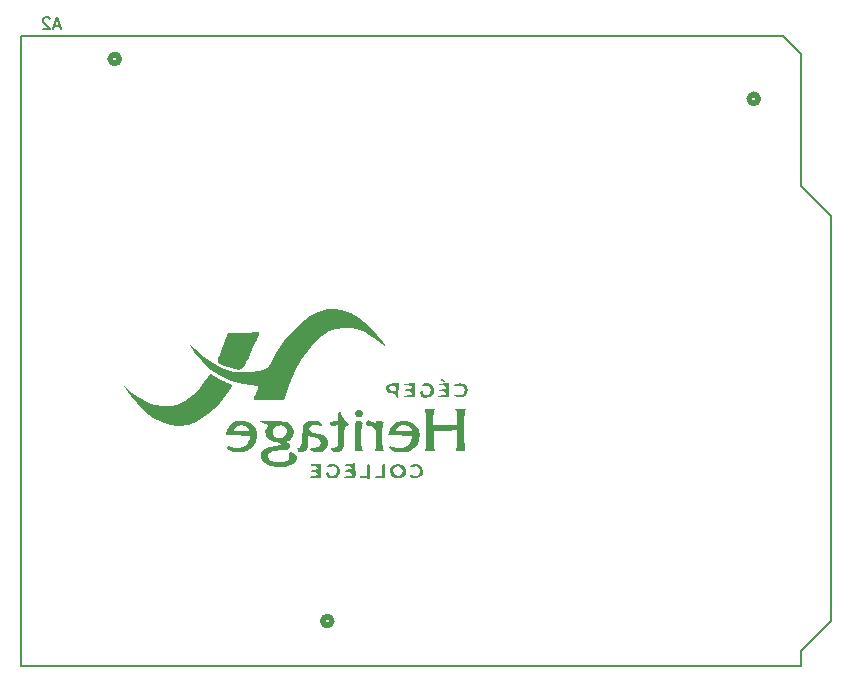
<source format=gbr>
%TF.GenerationSoftware,KiCad,Pcbnew,8.0.6*%
%TF.CreationDate,2024-11-07T12:24:51-05:00*%
%TF.ProjectId,ESP32-Uno-Board-v2,45535033-322d-4556-9e6f-2d426f617264,rev?*%
%TF.SameCoordinates,Original*%
%TF.FileFunction,Legend,Bot*%
%TF.FilePolarity,Positive*%
%FSLAX46Y46*%
G04 Gerber Fmt 4.6, Leading zero omitted, Abs format (unit mm)*
G04 Created by KiCad (PCBNEW 8.0.6) date 2024-11-07 12:24:51*
%MOMM*%
%LPD*%
G01*
G04 APERTURE LIST*
%ADD10C,0.150000*%
%ADD11C,0.508000*%
%ADD12C,0.000000*%
G04 APERTURE END LIST*
D10*
X113254285Y-98603104D02*
X112778095Y-98603104D01*
X113349523Y-98888819D02*
X113016190Y-97888819D01*
X113016190Y-97888819D02*
X112682857Y-98888819D01*
X112397142Y-97984057D02*
X112349523Y-97936438D01*
X112349523Y-97936438D02*
X112254285Y-97888819D01*
X112254285Y-97888819D02*
X112016190Y-97888819D01*
X112016190Y-97888819D02*
X111920952Y-97936438D01*
X111920952Y-97936438D02*
X111873333Y-97984057D01*
X111873333Y-97984057D02*
X111825714Y-98079295D01*
X111825714Y-98079295D02*
X111825714Y-98174533D01*
X111825714Y-98174533D02*
X111873333Y-98317390D01*
X111873333Y-98317390D02*
X112444761Y-98888819D01*
X112444761Y-98888819D02*
X111825714Y-98888819D01*
%TO.C,A2*%
X110000000Y-99450000D02*
X110000000Y-152790000D01*
X110000000Y-99450000D02*
X174516000Y-99450000D01*
X110000000Y-152790000D02*
X176040000Y-152790000D01*
X174516000Y-99450000D02*
X176040000Y-100974000D01*
X176040000Y-112150000D02*
X176040000Y-100974000D01*
X176040000Y-151520000D02*
X178580000Y-148980000D01*
X176040000Y-152790000D02*
X176040000Y-151520000D01*
X178580000Y-114690000D02*
X176040000Y-112150000D01*
X178580000Y-148980000D02*
X178580000Y-114690000D01*
D11*
%TO.C,BTN1*%
X136293401Y-149000001D02*
G75*
G02*
X135531401Y-149000001I-381000J0D01*
G01*
X135531401Y-149000001D02*
G75*
G02*
X136293401Y-149000001I381000J0D01*
G01*
%TO.C,BTN2*%
X172406001Y-104787600D02*
G75*
G02*
X171644001Y-104787600I-381000J0D01*
G01*
X171644001Y-104787600D02*
G75*
G02*
X172406001Y-104787600I381000J0D01*
G01*
%TO.C,J1*%
X118298566Y-101407044D02*
G75*
G02*
X117536566Y-101407044I-381000J0D01*
G01*
X117536566Y-101407044D02*
G75*
G02*
X118298566Y-101407044I381000J0D01*
G01*
D12*
%TO.C,TXT1*%
G36*
X145699873Y-128506920D02*
G01*
X145839379Y-128599162D01*
X145904130Y-128724465D01*
X145896595Y-128765133D01*
X145806558Y-128784855D01*
X145623897Y-128677200D01*
X145538732Y-128589585D01*
X145564105Y-128503271D01*
X145567730Y-128501162D01*
X145699873Y-128506920D01*
G37*
G36*
X138749986Y-131119580D02*
G01*
X138800846Y-131137272D01*
X138937942Y-131274177D01*
X138960439Y-131470495D01*
X138856225Y-131664137D01*
X138742326Y-131724819D01*
X138538725Y-131744570D01*
X138459131Y-131729721D01*
X138345918Y-131644068D01*
X138299889Y-131444016D01*
X138297004Y-131406089D01*
X138334615Y-131188327D01*
X138483104Y-131094630D01*
X138749986Y-131119580D01*
G37*
G36*
X139476729Y-135671998D02*
G01*
X139523777Y-135762037D01*
X139547553Y-135959912D01*
X139554130Y-136296189D01*
X139554130Y-136935614D01*
X139109630Y-136910023D01*
X138936945Y-136893136D01*
X138750850Y-136851206D01*
X138687936Y-136799765D01*
X138719748Y-136755734D01*
X138857269Y-136706467D01*
X138975790Y-136699472D01*
X139168497Y-136674686D01*
X139264208Y-136604928D01*
X139296795Y-136448765D01*
X139300130Y-136164765D01*
X139300380Y-136103557D01*
X139313794Y-135834079D01*
X139353387Y-135695778D01*
X139427130Y-135656765D01*
X139476729Y-135671998D01*
G37*
G36*
X140733487Y-135663713D02*
G01*
X140788425Y-135737609D01*
X140816349Y-135917710D01*
X140824130Y-136235320D01*
X140824130Y-136236760D01*
X140816350Y-136535296D01*
X140796079Y-136762871D01*
X140767685Y-136870320D01*
X140725043Y-136889109D01*
X140547929Y-136916142D01*
X140294963Y-136926765D01*
X140123165Y-136921960D01*
X139948948Y-136889084D01*
X139914385Y-136820932D01*
X139959871Y-136762083D01*
X140111941Y-136706467D01*
X140237160Y-136699775D01*
X140435148Y-136675602D01*
X140533389Y-136605865D01*
X140566757Y-136449330D01*
X140570130Y-136164765D01*
X140570380Y-136103557D01*
X140583794Y-135834079D01*
X140623387Y-135695778D01*
X140697130Y-135656765D01*
X140733487Y-135663713D01*
G37*
G36*
X130110664Y-124753749D02*
G01*
X130046937Y-124928535D01*
X129923917Y-125220380D01*
X129738389Y-125635322D01*
X129486092Y-126182886D01*
X129162765Y-126872598D01*
X129146873Y-126906293D01*
X128961390Y-127287123D01*
X128807829Y-127534758D01*
X128648571Y-127667760D01*
X128445998Y-127704693D01*
X128162490Y-127664123D01*
X127760429Y-127564611D01*
X127623641Y-127527626D01*
X127184831Y-127383055D01*
X126861188Y-127232464D01*
X126670264Y-127085373D01*
X126629614Y-126951302D01*
X126636753Y-126930399D01*
X126697459Y-126764570D01*
X126803058Y-126483353D01*
X126940940Y-126120167D01*
X127098499Y-125708432D01*
X127521269Y-124607765D01*
X128845097Y-124584416D01*
X130168926Y-124561067D01*
X130110664Y-124753749D01*
G37*
G36*
X138437684Y-132043345D02*
G01*
X138642468Y-132071155D01*
X138667127Y-132075203D01*
X138851749Y-132118647D01*
X138907559Y-132189321D01*
X138870856Y-132328057D01*
X138862128Y-132354914D01*
X138826756Y-132571227D01*
X138804330Y-132892591D01*
X138794663Y-133273343D01*
X138797563Y-133667821D01*
X138812841Y-134030365D01*
X138840309Y-134315311D01*
X138879775Y-134476998D01*
X138899586Y-134515959D01*
X138913744Y-134598800D01*
X138826756Y-134633689D01*
X138604609Y-134640883D01*
X138241796Y-134641001D01*
X138269380Y-133350355D01*
X138274913Y-133107157D01*
X138286128Y-132690151D01*
X138297445Y-132353639D01*
X138307808Y-132127225D01*
X138316159Y-132040513D01*
X138322972Y-132038119D01*
X138437684Y-132043345D01*
G37*
G36*
X143511823Y-135689695D02*
G01*
X143774365Y-135814292D01*
X143966763Y-136022809D01*
X144041463Y-136291765D01*
X144041341Y-136299437D01*
X143978032Y-136512600D01*
X143833645Y-136718947D01*
X143656857Y-136842275D01*
X143390348Y-136921833D01*
X143132653Y-136912277D01*
X142947052Y-136807303D01*
X142917104Y-136764465D01*
X142910304Y-136656323D01*
X143015640Y-136618088D01*
X143193047Y-136671828D01*
X143269736Y-136702782D01*
X143485186Y-136693571D01*
X143660676Y-136568387D01*
X143757080Y-136366523D01*
X143735273Y-136127274D01*
X143606688Y-135972984D01*
X143390247Y-135891237D01*
X143171880Y-135924685D01*
X143078966Y-135960918D01*
X142943781Y-135957112D01*
X142899978Y-135882986D01*
X142986486Y-135770841D01*
X143226688Y-135672498D01*
X143511823Y-135689695D01*
G37*
G36*
X147441301Y-128905168D02*
G01*
X147537302Y-128947992D01*
X147729533Y-129140276D01*
X147814860Y-129403732D01*
X147784133Y-129687635D01*
X147628202Y-129941264D01*
X147594793Y-129968932D01*
X147406436Y-130043120D01*
X147164656Y-130068295D01*
X146924187Y-130047776D01*
X146739767Y-129984882D01*
X146666130Y-129882931D01*
X146669592Y-129869964D01*
X146773455Y-129837024D01*
X146993257Y-129855149D01*
X147040565Y-129862008D01*
X147333720Y-129840921D01*
X147527469Y-129707193D01*
X147597463Y-129476098D01*
X147595549Y-129433065D01*
X147503241Y-129215356D01*
X147290498Y-129095344D01*
X146982448Y-129088851D01*
X146845579Y-129106950D01*
X146705880Y-129099042D01*
X146686476Y-129033847D01*
X146752344Y-128958664D01*
X146944116Y-128887092D01*
X147194737Y-128865685D01*
X147441301Y-128905168D01*
G37*
G36*
X136495269Y-135685545D02*
G01*
X136791045Y-135832243D01*
X136899076Y-135943019D01*
X137011682Y-136212627D01*
X136989052Y-136502140D01*
X136828832Y-136754133D01*
X136622851Y-136871271D01*
X136353435Y-136924246D01*
X136095430Y-136903223D01*
X135917331Y-136804425D01*
X135874596Y-136729831D01*
X135843730Y-136554864D01*
X135872757Y-136396412D01*
X135955796Y-136327391D01*
X136011940Y-136362897D01*
X136068197Y-136505255D01*
X136149532Y-136681042D01*
X136317659Y-136731448D01*
X136549117Y-136637789D01*
X136630081Y-136572449D01*
X136741978Y-136373286D01*
X136732423Y-136164295D01*
X136623154Y-135989377D01*
X136435907Y-135892435D01*
X136192420Y-135917371D01*
X136061187Y-135954107D01*
X135912335Y-135948523D01*
X135867717Y-135880771D01*
X135959153Y-135770841D01*
X136186625Y-135673701D01*
X136495269Y-135685545D01*
G37*
G36*
X144688630Y-128947880D02*
G01*
X144876221Y-129139255D01*
X144973931Y-129384521D01*
X144957699Y-129649354D01*
X144803463Y-129899432D01*
X144769898Y-129928877D01*
X144525600Y-130038534D01*
X144217009Y-130071476D01*
X143921388Y-130017373D01*
X143893038Y-130002149D01*
X143810223Y-129875802D01*
X143785599Y-129699878D01*
X143820051Y-129543577D01*
X143914463Y-129476098D01*
X143987230Y-129505949D01*
X144041463Y-129640435D01*
X144061273Y-129764042D01*
X144186242Y-129876103D01*
X144425986Y-129863780D01*
X144475229Y-129847314D01*
X144639095Y-129699829D01*
X144697567Y-129472399D01*
X144632983Y-129219956D01*
X144559714Y-129116139D01*
X144430979Y-129063209D01*
X144202450Y-129077013D01*
X144014172Y-129087814D01*
X143887966Y-129052153D01*
X143909543Y-128977048D01*
X144089672Y-128881198D01*
X144140049Y-128864097D01*
X144435219Y-128844720D01*
X144688630Y-128947880D01*
G37*
G36*
X146242912Y-129454932D02*
G01*
X146242796Y-130068765D01*
X145777130Y-130068765D01*
X145585488Y-130061218D01*
X145388015Y-130030465D01*
X145311463Y-129984098D01*
X145320099Y-129965119D01*
X145438056Y-129918210D01*
X145650130Y-129899432D01*
X145845607Y-129889844D01*
X145960396Y-129840882D01*
X145988796Y-129730098D01*
X145979110Y-129653654D01*
X145896702Y-129579707D01*
X145692463Y-129560765D01*
X145653573Y-129560034D01*
X145470559Y-129532060D01*
X145396130Y-129476098D01*
X145398689Y-129464987D01*
X145496596Y-129412697D01*
X145692463Y-129391432D01*
X145826241Y-129385896D01*
X145955648Y-129338806D01*
X145988796Y-129222098D01*
X145980093Y-129148803D01*
X145899594Y-129072424D01*
X145697460Y-129052765D01*
X145555354Y-129047481D01*
X145391239Y-129012241D01*
X145378690Y-128959008D01*
X145509908Y-128905669D01*
X145777097Y-128870109D01*
X146243027Y-128841098D01*
X146242912Y-129454932D01*
G37*
G36*
X134910000Y-135673208D02*
G01*
X135363130Y-135699098D01*
X135388006Y-136312932D01*
X135412882Y-136926765D01*
X134948502Y-136926765D01*
X134861293Y-136925394D01*
X134600327Y-136899716D01*
X134447746Y-136849589D01*
X134423816Y-136785584D01*
X134548799Y-136718271D01*
X134648766Y-136692384D01*
X134782862Y-136679868D01*
X134893603Y-136690902D01*
X135078825Y-136654729D01*
X135151463Y-136550876D01*
X135151461Y-136550291D01*
X135070205Y-136453156D01*
X134833963Y-136402709D01*
X134777022Y-136396623D01*
X134591355Y-136352427D01*
X134516463Y-136291765D01*
X134521614Y-136276154D01*
X134629723Y-136217695D01*
X134833963Y-136180821D01*
X134851527Y-136179242D01*
X135080483Y-136123049D01*
X135155457Y-136035366D01*
X135075712Y-135948488D01*
X134840508Y-135894709D01*
X134794820Y-135889702D01*
X134593709Y-135836848D01*
X134493211Y-135757874D01*
X134510387Y-135695881D01*
X134639950Y-135668002D01*
X134910000Y-135673208D01*
G37*
G36*
X142583098Y-136329225D02*
G01*
X142552172Y-136520441D01*
X142403773Y-136709486D01*
X142319071Y-136783421D01*
X142037650Y-136916180D01*
X141750302Y-136921847D01*
X141496774Y-136814087D01*
X141316810Y-136606561D01*
X141250156Y-136312932D01*
X141253903Y-136243223D01*
X141517790Y-136243223D01*
X141544831Y-136448895D01*
X141689635Y-136625631D01*
X141737574Y-136658939D01*
X141888070Y-136741512D01*
X142003878Y-136719037D01*
X142162832Y-136584800D01*
X142236069Y-136508723D01*
X142340207Y-136296466D01*
X142276122Y-136102890D01*
X142043720Y-135927466D01*
X141923199Y-135886481D01*
X141728979Y-135918628D01*
X141586508Y-136052005D01*
X141517790Y-136243223D01*
X141253903Y-136243223D01*
X141256319Y-136198289D01*
X141346492Y-135914273D01*
X141551965Y-135751220D01*
X141883084Y-135699098D01*
X141958625Y-135700615D01*
X142267181Y-135761926D01*
X142460508Y-135928966D01*
X142567367Y-136223786D01*
X142578211Y-136296466D01*
X142583098Y-136329225D01*
G37*
G36*
X138297567Y-136150504D02*
G01*
X138307141Y-136373590D01*
X138309301Y-136633645D01*
X138299088Y-136789660D01*
X138244913Y-136870855D01*
X138094466Y-136914489D01*
X137812255Y-136926765D01*
X137606858Y-136914629D01*
X137425077Y-136875028D01*
X137342733Y-136823202D01*
X137381853Y-136775144D01*
X137564463Y-136746848D01*
X137726675Y-136737440D01*
X137901634Y-136713687D01*
X137981374Y-136664852D01*
X138012905Y-136572676D01*
X138016506Y-136540485D01*
X137960081Y-136447571D01*
X137766585Y-136403343D01*
X137750717Y-136401674D01*
X137534539Y-136346818D01*
X137454863Y-136267362D01*
X137517119Y-136195835D01*
X137726741Y-136164765D01*
X137786300Y-136163140D01*
X137986981Y-136117193D01*
X138040378Y-136033831D01*
X137948319Y-135948016D01*
X137712630Y-135894709D01*
X137590064Y-135879696D01*
X137439573Y-135829063D01*
X137439863Y-135767074D01*
X137580726Y-135709916D01*
X137851956Y-135673775D01*
X138268670Y-135648452D01*
X138297567Y-136150504D01*
G37*
G36*
X141953048Y-129295294D02*
G01*
X141937968Y-129607323D01*
X141929419Y-129878265D01*
X141926186Y-129967336D01*
X141897338Y-130125621D01*
X141840248Y-130117165D01*
X141755463Y-129941765D01*
X141750164Y-129928231D01*
X141633738Y-129773200D01*
X141424940Y-129730098D01*
X141183298Y-129681699D01*
X140983505Y-129519908D01*
X140908796Y-129275317D01*
X140910024Y-129258341D01*
X141165440Y-129258341D01*
X141221270Y-129399105D01*
X141238037Y-129414029D01*
X141396416Y-129491041D01*
X141581621Y-129525029D01*
X141705374Y-129497965D01*
X141736167Y-129425155D01*
X141755463Y-129250320D01*
X141749889Y-129170850D01*
X141682527Y-129075922D01*
X141498806Y-129052765D01*
X141424860Y-129058053D01*
X141244166Y-129131101D01*
X141165440Y-129258341D01*
X140910024Y-129258341D01*
X140915515Y-129182459D01*
X141001450Y-129007226D01*
X141203920Y-128912103D01*
X141545103Y-128883432D01*
X141978209Y-128883432D01*
X141956125Y-129243265D01*
X141955708Y-129250320D01*
X141953048Y-129295294D01*
G37*
G36*
X143364130Y-129476098D02*
G01*
X143364130Y-130068765D01*
X142903460Y-130068765D01*
X142718463Y-130061934D01*
X142497949Y-130031195D01*
X142390463Y-129984098D01*
X142387763Y-129959750D01*
X142488809Y-129915534D01*
X142724133Y-129899432D01*
X142760149Y-129899321D01*
X142983196Y-129885515D01*
X143085550Y-129835383D01*
X143110130Y-129730098D01*
X143101426Y-129656803D01*
X143020927Y-129580424D01*
X142818793Y-129560765D01*
X142760520Y-129558713D01*
X142582631Y-129525361D01*
X142471247Y-129469200D01*
X142458362Y-129413725D01*
X142575966Y-129382432D01*
X142670417Y-129376596D01*
X142896949Y-129361265D01*
X142996564Y-129328476D01*
X143093658Y-129200932D01*
X143089775Y-129116122D01*
X142998730Y-129065622D01*
X142777671Y-129052765D01*
X142696242Y-129050365D01*
X142507998Y-129020723D01*
X142432796Y-128968098D01*
X142474307Y-128933254D01*
X142643448Y-128897350D01*
X142898463Y-128883432D01*
X143364130Y-128883432D01*
X143364130Y-129476098D01*
G37*
G36*
X139557479Y-132040007D02*
G01*
X139770781Y-132140405D01*
X139917175Y-132236723D01*
X140028797Y-132250565D01*
X140062130Y-132134040D01*
X140082857Y-132057233D01*
X140196055Y-132049373D01*
X140317713Y-132080116D01*
X140537700Y-132100765D01*
X140615583Y-132103215D01*
X140699261Y-132143220D01*
X140657775Y-132264532D01*
X140649209Y-132283942D01*
X140611471Y-132474247D01*
X140586300Y-132779107D01*
X140573803Y-133152861D01*
X140574087Y-133549846D01*
X140587260Y-133924403D01*
X140613429Y-134230870D01*
X140652701Y-134423586D01*
X140691987Y-134542647D01*
X140671674Y-134611330D01*
X140551648Y-134636949D01*
X140297101Y-134640765D01*
X140272451Y-134640723D01*
X140032350Y-134631032D01*
X139936089Y-134599508D01*
X139960530Y-134539165D01*
X139963742Y-134535711D01*
X140017047Y-134382929D01*
X140050520Y-134080511D01*
X140062130Y-133646316D01*
X140059774Y-133314419D01*
X140045916Y-133049434D01*
X140011550Y-132876243D01*
X139947704Y-132753122D01*
X139845408Y-132638346D01*
X139643584Y-132488157D01*
X139422075Y-132461120D01*
X139323047Y-132473753D01*
X139234911Y-132427939D01*
X139215463Y-132258357D01*
X139218147Y-132180781D01*
X139267908Y-132049117D01*
X139410948Y-132016098D01*
X139557479Y-132040007D01*
G37*
G36*
X137063203Y-131351547D02*
G01*
X137160146Y-131613932D01*
X137294420Y-131924911D01*
X137516373Y-132126718D01*
X137577165Y-132163940D01*
X137744076Y-132302372D01*
X137746904Y-132399329D01*
X137585630Y-132454710D01*
X137535768Y-132463947D01*
X137468619Y-132499751D01*
X137423768Y-132585689D01*
X137394196Y-132751534D01*
X137372879Y-133027063D01*
X137352796Y-133442051D01*
X137346634Y-133578143D01*
X137325176Y-133957140D01*
X137298243Y-134210929D01*
X137258435Y-134373795D01*
X137198349Y-134480019D01*
X137110583Y-134563885D01*
X136864970Y-134693137D01*
X136574251Y-134708944D01*
X136322297Y-134585309D01*
X136286313Y-134550981D01*
X136183230Y-134410458D01*
X136189199Y-134327936D01*
X136306393Y-134337294D01*
X136451237Y-134339089D01*
X136645060Y-134259734D01*
X136660971Y-134249165D01*
X136746453Y-134177979D01*
X136800337Y-134080532D01*
X136829863Y-133921062D01*
X136842270Y-133663805D01*
X136844796Y-133272998D01*
X136844796Y-132417136D01*
X136513635Y-132461554D01*
X136333461Y-132477810D01*
X136199642Y-132449567D01*
X136141843Y-132350604D01*
X136127708Y-132285607D01*
X136144180Y-132168707D01*
X136264264Y-132114198D01*
X136520241Y-132100765D01*
X136844796Y-132100765D01*
X136844796Y-131677432D01*
X136848976Y-131545467D01*
X136891874Y-131320485D01*
X136968531Y-131254788D01*
X137063203Y-131351547D01*
G37*
G36*
X126085721Y-128096424D02*
G01*
X126292390Y-128207960D01*
X126561637Y-128365408D01*
X126585649Y-128379815D01*
X126906810Y-128560480D01*
X127211430Y-128713123D01*
X127436527Y-128806023D01*
X127480054Y-128820384D01*
X127694029Y-128904618D01*
X127822382Y-128977145D01*
X127826835Y-129056230D01*
X127744095Y-129245875D01*
X127582385Y-129513692D01*
X127360186Y-129833341D01*
X127095979Y-130178482D01*
X126808244Y-130522773D01*
X126515463Y-130839873D01*
X126339746Y-131011714D01*
X125842686Y-131437034D01*
X125317525Y-131812523D01*
X124807051Y-132109305D01*
X124354052Y-132298503D01*
X124114260Y-132361633D01*
X123388872Y-132440465D01*
X122640170Y-132368532D01*
X121897715Y-132150574D01*
X121191067Y-131791331D01*
X120863190Y-131561623D01*
X120322960Y-131101494D01*
X119780718Y-130552258D01*
X119275498Y-129954573D01*
X118846335Y-129349098D01*
X118685140Y-129095098D01*
X119023135Y-129344622D01*
X119138636Y-129431386D01*
X119315403Y-129571202D01*
X119403463Y-129651236D01*
X119446839Y-129693364D01*
X119622106Y-129821030D01*
X119885362Y-129991145D01*
X120196301Y-130179591D01*
X120514613Y-130362252D01*
X120799992Y-130515010D01*
X121012130Y-130613748D01*
X121372483Y-130724048D01*
X121991691Y-130809328D01*
X122625534Y-130790884D01*
X123201181Y-130666945D01*
X123205204Y-130665576D01*
X123871296Y-130353770D01*
X124511688Y-129887011D01*
X125110184Y-129279331D01*
X125650585Y-128544765D01*
X125798225Y-128314246D01*
X125916611Y-128131384D01*
X125970458Y-128050878D01*
X125977783Y-128050036D01*
X126085721Y-128096424D01*
G37*
G36*
X143756638Y-133228457D02*
G01*
X143704848Y-133701813D01*
X143582774Y-133992264D01*
X143294139Y-134344673D01*
X142898463Y-134603382D01*
X142740379Y-134652588D01*
X142441243Y-134701763D01*
X142111448Y-134722117D01*
X141931479Y-134720881D01*
X141682483Y-134698326D01*
X141514712Y-134635866D01*
X141370615Y-134517613D01*
X141263133Y-134397222D01*
X141173215Y-134243296D01*
X141187572Y-134160056D01*
X141310963Y-134174858D01*
X141434710Y-134222356D01*
X141896430Y-134334751D01*
X142305377Y-134310665D01*
X142700749Y-134149379D01*
X142826460Y-134058259D01*
X143032550Y-133780458D01*
X143110130Y-133451448D01*
X143106486Y-133404436D01*
X143073526Y-133349842D01*
X142982775Y-133315208D01*
X142806351Y-133296038D01*
X142516371Y-133287834D01*
X142084951Y-133286098D01*
X141059773Y-133286098D01*
X141117561Y-133053265D01*
X141191539Y-132833554D01*
X141755463Y-132833554D01*
X141766162Y-132866899D01*
X141861155Y-132914434D01*
X142075055Y-132939881D01*
X142432796Y-132947432D01*
X142528533Y-132946951D01*
X142824930Y-132938528D01*
X143032152Y-132921777D01*
X143110130Y-132899532D01*
X143105670Y-132852344D01*
X142997720Y-132658617D01*
X142784271Y-132501836D01*
X142517121Y-132411086D01*
X142248069Y-132415455D01*
X142011607Y-132516856D01*
X141828630Y-132671846D01*
X141755463Y-132833554D01*
X141191539Y-132833554D01*
X141230845Y-132716815D01*
X141466203Y-132363714D01*
X141802116Y-132140792D01*
X142251607Y-132036370D01*
X142677768Y-132049912D01*
X143101885Y-132193188D01*
X143435904Y-132452080D01*
X143660572Y-132804524D01*
X143682101Y-132899532D01*
X143756638Y-133228457D01*
G37*
G36*
X129945949Y-132971983D02*
G01*
X129990293Y-133443372D01*
X129879025Y-133877855D01*
X129620760Y-134251474D01*
X129224113Y-134540267D01*
X129108764Y-134591600D01*
X128767572Y-134683243D01*
X128394153Y-134720727D01*
X128036910Y-134704775D01*
X127744246Y-134636112D01*
X127564566Y-134515460D01*
X127456855Y-134339867D01*
X127457270Y-134231611D01*
X127593484Y-134212302D01*
X127872878Y-134276211D01*
X128100828Y-134327476D01*
X128541019Y-134325150D01*
X128913118Y-134176898D01*
X129201096Y-133887411D01*
X129241027Y-133827347D01*
X129369201Y-133611789D01*
X129410554Y-133462427D01*
X129348604Y-133367220D01*
X129166871Y-133314124D01*
X128848874Y-133291098D01*
X128378130Y-133286098D01*
X128040119Y-133285377D01*
X127720993Y-133279678D01*
X127521774Y-133264053D01*
X127414320Y-133233579D01*
X127370487Y-133183333D01*
X127362130Y-133108394D01*
X127362957Y-133087241D01*
X127408042Y-132879822D01*
X127427826Y-132828341D01*
X128003761Y-132828341D01*
X128019902Y-132892137D01*
X128110193Y-132928053D01*
X128306342Y-132943886D01*
X128640056Y-132947432D01*
X128917485Y-132943914D01*
X129155020Y-132925740D01*
X129275795Y-132887076D01*
X129309463Y-132822383D01*
X129278258Y-132734186D01*
X129131586Y-132586855D01*
X128916908Y-132462528D01*
X128692629Y-132401096D01*
X128593385Y-132404353D01*
X128345064Y-132481577D01*
X128128053Y-132624224D01*
X128011089Y-132792789D01*
X128003761Y-132828341D01*
X127427826Y-132828341D01*
X127500781Y-132638504D01*
X127554848Y-132540181D01*
X127815238Y-132266385D01*
X128160343Y-132096410D01*
X128553385Y-132028592D01*
X128957586Y-132061269D01*
X129336170Y-132192777D01*
X129652359Y-132421452D01*
X129869376Y-132745632D01*
X129895340Y-132822383D01*
X129945949Y-132971983D01*
G37*
G36*
X135168383Y-132039650D02*
G01*
X135283273Y-132114062D01*
X135398854Y-132260817D01*
X135509550Y-132427013D01*
X135522078Y-132504892D01*
X135412468Y-132502166D01*
X135161286Y-132432912D01*
X134935117Y-132389741D01*
X134655823Y-132414298D01*
X134462015Y-132528847D01*
X134389463Y-132720079D01*
X134391593Y-132751696D01*
X134490784Y-132933555D01*
X134704102Y-133065723D01*
X134984400Y-133116765D01*
X135023059Y-133118368D01*
X135269918Y-133172269D01*
X135543918Y-133281003D01*
X135780707Y-133415005D01*
X135915933Y-133544713D01*
X135985145Y-133726860D01*
X135989639Y-134061096D01*
X135854265Y-134366034D01*
X135593835Y-134593453D01*
X135484327Y-134643524D01*
X135166341Y-134713451D01*
X134858906Y-134693857D01*
X134628963Y-134585309D01*
X134551679Y-134511041D01*
X134487191Y-134404988D01*
X134566649Y-134353846D01*
X134802102Y-134340583D01*
X135124242Y-134293283D01*
X135333538Y-134148376D01*
X135405463Y-133912683D01*
X135404793Y-133891410D01*
X135310189Y-133680646D01*
X135063013Y-133519567D01*
X134673813Y-133415344D01*
X134323164Y-133358984D01*
X134315699Y-133889299D01*
X134315415Y-133907558D01*
X134290492Y-134260192D01*
X134215349Y-134483779D01*
X134067545Y-134614924D01*
X133824636Y-134690230D01*
X133722335Y-134706700D01*
X133563465Y-134684774D01*
X133459077Y-134557869D01*
X133400890Y-134432831D01*
X133387770Y-134358347D01*
X133483693Y-134309805D01*
X133615597Y-134226056D01*
X133698673Y-134119937D01*
X133747106Y-133954754D01*
X133775085Y-133693811D01*
X133796796Y-133300415D01*
X133820716Y-132935039D01*
X133875169Y-132562360D01*
X133972278Y-132312570D01*
X134131336Y-132158976D01*
X134371635Y-132074891D01*
X134712467Y-132033624D01*
X134715705Y-132033390D01*
X134997941Y-132018964D01*
X135168383Y-132039650D01*
G37*
G36*
X144917885Y-131009584D02*
G01*
X145068632Y-131036119D01*
X145059322Y-131081824D01*
X144992341Y-131174522D01*
X144935800Y-131411281D01*
X144901902Y-131800194D01*
X144869622Y-132439432D01*
X145894876Y-132439432D01*
X146920130Y-132439432D01*
X146920130Y-131808639D01*
X146917069Y-131568388D01*
X146896957Y-131316354D01*
X146851215Y-131170117D01*
X146771963Y-131091547D01*
X146744255Y-131072834D01*
X146745353Y-131032498D01*
X146881591Y-131010371D01*
X147169897Y-131002673D01*
X147307364Y-131003027D01*
X147539416Y-131014753D01*
X147634241Y-131045969D01*
X147614397Y-131101698D01*
X147610751Y-131106131D01*
X147576152Y-131238351D01*
X147548651Y-131503766D01*
X147528382Y-131869501D01*
X147515483Y-132302679D01*
X147510088Y-132770425D01*
X147512334Y-133239862D01*
X147522356Y-133678114D01*
X147540291Y-134052305D01*
X147566274Y-134329558D01*
X147600442Y-134476998D01*
X147635370Y-134557823D01*
X147610488Y-134613203D01*
X147481757Y-134636200D01*
X147216463Y-134640765D01*
X146985247Y-134637873D01*
X146835893Y-134618941D01*
X146795876Y-134569967D01*
X146832484Y-134476998D01*
X146846198Y-134442409D01*
X146883922Y-134241406D01*
X146910241Y-133938669D01*
X146920130Y-133585311D01*
X146920130Y-132857391D01*
X145925296Y-132881245D01*
X144930463Y-132905098D01*
X144930463Y-133691491D01*
X144934801Y-134026474D01*
X144954419Y-134309063D01*
X144993861Y-134476383D01*
X145057463Y-134558028D01*
X145072874Y-134602704D01*
X144936473Y-134630045D01*
X144638363Y-134639468D01*
X144500968Y-134638791D01*
X144268869Y-134626494D01*
X144174021Y-134594982D01*
X144193863Y-134539165D01*
X144207115Y-134516533D01*
X144242071Y-134347336D01*
X144268965Y-134052515D01*
X144287796Y-133664822D01*
X144298565Y-133217009D01*
X144301271Y-132741827D01*
X144295914Y-132272029D01*
X144282495Y-131840365D01*
X144261014Y-131479588D01*
X144231470Y-131222448D01*
X144193863Y-131101698D01*
X144173519Y-131075962D01*
X144197167Y-131030549D01*
X144344595Y-131007390D01*
X144638363Y-131001395D01*
X144917885Y-131009584D01*
G37*
G36*
X137173415Y-122657071D02*
G01*
X137899072Y-122916004D01*
X138628687Y-123339757D01*
X139358553Y-123926904D01*
X139567514Y-124128928D01*
X139849472Y-124425326D01*
X140134690Y-124745869D01*
X140398925Y-125061429D01*
X140617935Y-125342876D01*
X140767480Y-125561083D01*
X140823316Y-125686921D01*
X140816864Y-125691474D01*
X140722245Y-125641013D01*
X140538199Y-125509335D01*
X140294963Y-125317576D01*
X140248442Y-125280351D01*
X139890166Y-125024672D01*
X139470259Y-124763051D01*
X139070137Y-124546727D01*
X138691020Y-124372956D01*
X138375193Y-124262441D01*
X138057963Y-124199550D01*
X137665374Y-124164141D01*
X137278915Y-124157970D01*
X136647694Y-124243158D01*
X136059755Y-124460578D01*
X135488929Y-124821360D01*
X134909046Y-125336639D01*
X134802419Y-125446934D01*
X134249248Y-126118046D01*
X133716909Y-126924917D01*
X133220968Y-127839365D01*
X132776991Y-128833208D01*
X132400543Y-129878265D01*
X132259188Y-130322765D01*
X130953659Y-130322765D01*
X130694867Y-130321972D01*
X130280218Y-130317005D01*
X129948301Y-130308240D01*
X129727984Y-130296560D01*
X129648130Y-130282846D01*
X129672184Y-130210027D01*
X129748822Y-130021209D01*
X129859796Y-129764311D01*
X129954657Y-129538105D01*
X130038982Y-129307644D01*
X130071463Y-129175969D01*
X130038625Y-129126144D01*
X129852497Y-129060877D01*
X129499963Y-129011280D01*
X128793365Y-128913196D01*
X127792089Y-128651647D01*
X126885806Y-128251894D01*
X126067072Y-127709579D01*
X125328441Y-127020345D01*
X124662467Y-126179833D01*
X124569689Y-126043713D01*
X124395276Y-125778678D01*
X124274567Y-125582227D01*
X124229463Y-125489287D01*
X124232183Y-125486821D01*
X124310770Y-125542734D01*
X124481679Y-125694679D01*
X124722952Y-125922554D01*
X125012630Y-126206255D01*
X125487558Y-126645217D01*
X126215220Y-127184807D01*
X126963519Y-127576493D01*
X127753657Y-127832855D01*
X127996454Y-127879997D01*
X128493349Y-127929326D01*
X129020691Y-127932377D01*
X129545379Y-127893550D01*
X130034311Y-127817243D01*
X130454386Y-127707852D01*
X130772503Y-127569778D01*
X130955560Y-127407417D01*
X131004226Y-127325997D01*
X131134172Y-127106745D01*
X131310456Y-126808141D01*
X131509293Y-126470432D01*
X131606536Y-126307227D01*
X132278315Y-125292588D01*
X132973587Y-124433262D01*
X133689189Y-123732019D01*
X134421956Y-123191627D01*
X135168725Y-122814856D01*
X135926331Y-122604475D01*
X136455420Y-122564387D01*
X137173415Y-122657071D01*
G37*
G36*
X133079384Y-132893313D02*
G01*
X133082740Y-133082111D01*
X132996776Y-133307385D01*
X132982186Y-133336573D01*
X132826504Y-133559785D01*
X132650865Y-133711000D01*
X132522330Y-133785892D01*
X132500950Y-133849540D01*
X132612363Y-133939725D01*
X132723119Y-134042345D01*
X132769696Y-134224618D01*
X132647749Y-134423051D01*
X132511268Y-134499999D01*
X132268871Y-134542998D01*
X131890470Y-134556098D01*
X131610422Y-134560771D01*
X131360547Y-134586820D01*
X131187370Y-134646446D01*
X131039002Y-134751559D01*
X130923348Y-134879065D01*
X130861408Y-135084621D01*
X130941639Y-135273178D01*
X131147381Y-135428261D01*
X131461973Y-135533393D01*
X131868753Y-135572098D01*
X132201077Y-135549502D01*
X132497545Y-135451874D01*
X132651464Y-135273498D01*
X132668367Y-135010487D01*
X132649225Y-134827500D01*
X132693617Y-134742574D01*
X132834019Y-134725432D01*
X133098421Y-134763527D01*
X133302820Y-134904895D01*
X133373463Y-135142364D01*
X133369656Y-135219652D01*
X133264912Y-135506152D01*
X133012897Y-135721044D01*
X132608401Y-135869277D01*
X132312300Y-135934692D01*
X131962476Y-135980364D01*
X131637550Y-135969210D01*
X131258492Y-135903219D01*
X131035777Y-135842614D01*
X130652351Y-135652487D01*
X130400726Y-135391549D01*
X130292807Y-135075162D01*
X130340500Y-134718689D01*
X130410798Y-134584998D01*
X130642999Y-134391124D01*
X131019253Y-134252941D01*
X131548844Y-134166203D01*
X131573693Y-134163645D01*
X131862165Y-134129501D01*
X132008277Y-134096427D01*
X132036926Y-134054243D01*
X131973008Y-133992769D01*
X131847245Y-133927387D01*
X131617410Y-133878765D01*
X131379147Y-133846779D01*
X131076964Y-133704495D01*
X130843895Y-133479226D01*
X130702847Y-133205031D01*
X130695620Y-133125060D01*
X131278833Y-133125060D01*
X131426130Y-133370765D01*
X131505726Y-133438604D01*
X131771821Y-133538481D01*
X132050627Y-133484289D01*
X132307604Y-133279602D01*
X132382358Y-133188472D01*
X132498004Y-133008943D01*
X132511690Y-132861547D01*
X132436982Y-132683813D01*
X132267996Y-132502819D01*
X132000698Y-132408584D01*
X131708196Y-132444856D01*
X131688777Y-132452488D01*
X131421645Y-132628209D01*
X131281168Y-132864970D01*
X131278833Y-133125060D01*
X130695620Y-133125060D01*
X130676725Y-132915974D01*
X130788437Y-132646114D01*
X130801656Y-132628530D01*
X130899585Y-132467684D01*
X130865546Y-132382227D01*
X130685296Y-132328272D01*
X130500006Y-132267942D01*
X130283130Y-132146839D01*
X130229776Y-132096953D01*
X130230776Y-132059908D01*
X130313666Y-132037718D01*
X130500288Y-132027930D01*
X130812484Y-132028092D01*
X131272096Y-132035748D01*
X131397690Y-132038490D01*
X131919644Y-132060686D01*
X132305062Y-132105115D01*
X132580961Y-132182263D01*
X132774358Y-132302619D01*
X132912271Y-132476670D01*
X133021715Y-132714902D01*
X133069116Y-132861547D01*
X133079384Y-132893313D01*
G37*
%TD*%
M02*

</source>
